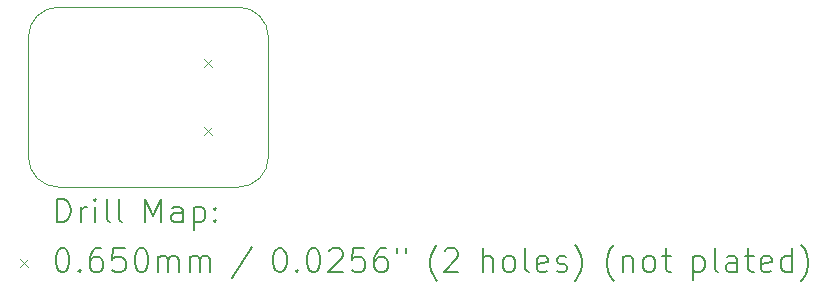
<source format=gbr>
%TF.GenerationSoftware,KiCad,Pcbnew,(7.0.0)*%
%TF.CreationDate,2023-03-15T02:57:20+08:00*%
%TF.ProjectId,USB_C_Breakout_GH1.25_4Pin,5553425f-435f-4427-9265-616b6f75745f,rev?*%
%TF.SameCoordinates,Original*%
%TF.FileFunction,Drillmap*%
%TF.FilePolarity,Positive*%
%FSLAX45Y45*%
G04 Gerber Fmt 4.5, Leading zero omitted, Abs format (unit mm)*
G04 Created by KiCad (PCBNEW (7.0.0)) date 2023-03-15 02:57:20*
%MOMM*%
%LPD*%
G01*
G04 APERTURE LIST*
%ADD10C,0.100000*%
%ADD11C,0.200000*%
%ADD12C,0.065000*%
G04 APERTURE END LIST*
D10*
X13208000Y-7112000D02*
X13208000Y-8128000D01*
X11430000Y-6858000D02*
X12954000Y-6858000D01*
X11176000Y-8128000D02*
X11176000Y-7112000D01*
X12954000Y-8382000D02*
X11430000Y-8382000D01*
X11176000Y-8128000D02*
G75*
G03*
X11430000Y-8382000I254000J0D01*
G01*
X11430000Y-6858000D02*
G75*
G03*
X11176000Y-7112000I0J-254000D01*
G01*
X12954000Y-8382000D02*
G75*
G03*
X13208000Y-8128000I0J254000D01*
G01*
X13208000Y-7112000D02*
G75*
G03*
X12954000Y-6858000I-254000J0D01*
G01*
D11*
D12*
X12661500Y-7298500D02*
X12726500Y-7363500D01*
X12726500Y-7298500D02*
X12661500Y-7363500D01*
X12661500Y-7876500D02*
X12726500Y-7941500D01*
X12726500Y-7876500D02*
X12661500Y-7941500D01*
D11*
X11418619Y-8680476D02*
X11418619Y-8480476D01*
X11418619Y-8480476D02*
X11466238Y-8480476D01*
X11466238Y-8480476D02*
X11494809Y-8490000D01*
X11494809Y-8490000D02*
X11513857Y-8509048D01*
X11513857Y-8509048D02*
X11523381Y-8528095D01*
X11523381Y-8528095D02*
X11532905Y-8566190D01*
X11532905Y-8566190D02*
X11532905Y-8594762D01*
X11532905Y-8594762D02*
X11523381Y-8632857D01*
X11523381Y-8632857D02*
X11513857Y-8651905D01*
X11513857Y-8651905D02*
X11494809Y-8670952D01*
X11494809Y-8670952D02*
X11466238Y-8680476D01*
X11466238Y-8680476D02*
X11418619Y-8680476D01*
X11618619Y-8680476D02*
X11618619Y-8547143D01*
X11618619Y-8585238D02*
X11628143Y-8566190D01*
X11628143Y-8566190D02*
X11637667Y-8556667D01*
X11637667Y-8556667D02*
X11656714Y-8547143D01*
X11656714Y-8547143D02*
X11675762Y-8547143D01*
X11742428Y-8680476D02*
X11742428Y-8547143D01*
X11742428Y-8480476D02*
X11732905Y-8490000D01*
X11732905Y-8490000D02*
X11742428Y-8499524D01*
X11742428Y-8499524D02*
X11751952Y-8490000D01*
X11751952Y-8490000D02*
X11742428Y-8480476D01*
X11742428Y-8480476D02*
X11742428Y-8499524D01*
X11866238Y-8680476D02*
X11847190Y-8670952D01*
X11847190Y-8670952D02*
X11837667Y-8651905D01*
X11837667Y-8651905D02*
X11837667Y-8480476D01*
X11971000Y-8680476D02*
X11951952Y-8670952D01*
X11951952Y-8670952D02*
X11942428Y-8651905D01*
X11942428Y-8651905D02*
X11942428Y-8480476D01*
X12167190Y-8680476D02*
X12167190Y-8480476D01*
X12167190Y-8480476D02*
X12233857Y-8623333D01*
X12233857Y-8623333D02*
X12300524Y-8480476D01*
X12300524Y-8480476D02*
X12300524Y-8680476D01*
X12481476Y-8680476D02*
X12481476Y-8575714D01*
X12481476Y-8575714D02*
X12471952Y-8556667D01*
X12471952Y-8556667D02*
X12452905Y-8547143D01*
X12452905Y-8547143D02*
X12414809Y-8547143D01*
X12414809Y-8547143D02*
X12395762Y-8556667D01*
X12481476Y-8670952D02*
X12462428Y-8680476D01*
X12462428Y-8680476D02*
X12414809Y-8680476D01*
X12414809Y-8680476D02*
X12395762Y-8670952D01*
X12395762Y-8670952D02*
X12386238Y-8651905D01*
X12386238Y-8651905D02*
X12386238Y-8632857D01*
X12386238Y-8632857D02*
X12395762Y-8613810D01*
X12395762Y-8613810D02*
X12414809Y-8604286D01*
X12414809Y-8604286D02*
X12462428Y-8604286D01*
X12462428Y-8604286D02*
X12481476Y-8594762D01*
X12576714Y-8547143D02*
X12576714Y-8747143D01*
X12576714Y-8556667D02*
X12595762Y-8547143D01*
X12595762Y-8547143D02*
X12633857Y-8547143D01*
X12633857Y-8547143D02*
X12652905Y-8556667D01*
X12652905Y-8556667D02*
X12662428Y-8566190D01*
X12662428Y-8566190D02*
X12671952Y-8585238D01*
X12671952Y-8585238D02*
X12671952Y-8642381D01*
X12671952Y-8642381D02*
X12662428Y-8661429D01*
X12662428Y-8661429D02*
X12652905Y-8670952D01*
X12652905Y-8670952D02*
X12633857Y-8680476D01*
X12633857Y-8680476D02*
X12595762Y-8680476D01*
X12595762Y-8680476D02*
X12576714Y-8670952D01*
X12757667Y-8661429D02*
X12767190Y-8670952D01*
X12767190Y-8670952D02*
X12757667Y-8680476D01*
X12757667Y-8680476D02*
X12748143Y-8670952D01*
X12748143Y-8670952D02*
X12757667Y-8661429D01*
X12757667Y-8661429D02*
X12757667Y-8680476D01*
X12757667Y-8556667D02*
X12767190Y-8566190D01*
X12767190Y-8566190D02*
X12757667Y-8575714D01*
X12757667Y-8575714D02*
X12748143Y-8566190D01*
X12748143Y-8566190D02*
X12757667Y-8556667D01*
X12757667Y-8556667D02*
X12757667Y-8575714D01*
D12*
X11106000Y-8994500D02*
X11171000Y-9059500D01*
X11171000Y-8994500D02*
X11106000Y-9059500D01*
D11*
X11456714Y-8900476D02*
X11475762Y-8900476D01*
X11475762Y-8900476D02*
X11494809Y-8910000D01*
X11494809Y-8910000D02*
X11504333Y-8919524D01*
X11504333Y-8919524D02*
X11513857Y-8938571D01*
X11513857Y-8938571D02*
X11523381Y-8976667D01*
X11523381Y-8976667D02*
X11523381Y-9024286D01*
X11523381Y-9024286D02*
X11513857Y-9062381D01*
X11513857Y-9062381D02*
X11504333Y-9081429D01*
X11504333Y-9081429D02*
X11494809Y-9090952D01*
X11494809Y-9090952D02*
X11475762Y-9100476D01*
X11475762Y-9100476D02*
X11456714Y-9100476D01*
X11456714Y-9100476D02*
X11437667Y-9090952D01*
X11437667Y-9090952D02*
X11428143Y-9081429D01*
X11428143Y-9081429D02*
X11418619Y-9062381D01*
X11418619Y-9062381D02*
X11409095Y-9024286D01*
X11409095Y-9024286D02*
X11409095Y-8976667D01*
X11409095Y-8976667D02*
X11418619Y-8938571D01*
X11418619Y-8938571D02*
X11428143Y-8919524D01*
X11428143Y-8919524D02*
X11437667Y-8910000D01*
X11437667Y-8910000D02*
X11456714Y-8900476D01*
X11609095Y-9081429D02*
X11618619Y-9090952D01*
X11618619Y-9090952D02*
X11609095Y-9100476D01*
X11609095Y-9100476D02*
X11599571Y-9090952D01*
X11599571Y-9090952D02*
X11609095Y-9081429D01*
X11609095Y-9081429D02*
X11609095Y-9100476D01*
X11790048Y-8900476D02*
X11751952Y-8900476D01*
X11751952Y-8900476D02*
X11732905Y-8910000D01*
X11732905Y-8910000D02*
X11723381Y-8919524D01*
X11723381Y-8919524D02*
X11704333Y-8948095D01*
X11704333Y-8948095D02*
X11694809Y-8986190D01*
X11694809Y-8986190D02*
X11694809Y-9062381D01*
X11694809Y-9062381D02*
X11704333Y-9081429D01*
X11704333Y-9081429D02*
X11713857Y-9090952D01*
X11713857Y-9090952D02*
X11732905Y-9100476D01*
X11732905Y-9100476D02*
X11771000Y-9100476D01*
X11771000Y-9100476D02*
X11790048Y-9090952D01*
X11790048Y-9090952D02*
X11799571Y-9081429D01*
X11799571Y-9081429D02*
X11809095Y-9062381D01*
X11809095Y-9062381D02*
X11809095Y-9014762D01*
X11809095Y-9014762D02*
X11799571Y-8995714D01*
X11799571Y-8995714D02*
X11790048Y-8986190D01*
X11790048Y-8986190D02*
X11771000Y-8976667D01*
X11771000Y-8976667D02*
X11732905Y-8976667D01*
X11732905Y-8976667D02*
X11713857Y-8986190D01*
X11713857Y-8986190D02*
X11704333Y-8995714D01*
X11704333Y-8995714D02*
X11694809Y-9014762D01*
X11990048Y-8900476D02*
X11894809Y-8900476D01*
X11894809Y-8900476D02*
X11885286Y-8995714D01*
X11885286Y-8995714D02*
X11894809Y-8986190D01*
X11894809Y-8986190D02*
X11913857Y-8976667D01*
X11913857Y-8976667D02*
X11961476Y-8976667D01*
X11961476Y-8976667D02*
X11980524Y-8986190D01*
X11980524Y-8986190D02*
X11990048Y-8995714D01*
X11990048Y-8995714D02*
X11999571Y-9014762D01*
X11999571Y-9014762D02*
X11999571Y-9062381D01*
X11999571Y-9062381D02*
X11990048Y-9081429D01*
X11990048Y-9081429D02*
X11980524Y-9090952D01*
X11980524Y-9090952D02*
X11961476Y-9100476D01*
X11961476Y-9100476D02*
X11913857Y-9100476D01*
X11913857Y-9100476D02*
X11894809Y-9090952D01*
X11894809Y-9090952D02*
X11885286Y-9081429D01*
X12123381Y-8900476D02*
X12142429Y-8900476D01*
X12142429Y-8900476D02*
X12161476Y-8910000D01*
X12161476Y-8910000D02*
X12171000Y-8919524D01*
X12171000Y-8919524D02*
X12180524Y-8938571D01*
X12180524Y-8938571D02*
X12190048Y-8976667D01*
X12190048Y-8976667D02*
X12190048Y-9024286D01*
X12190048Y-9024286D02*
X12180524Y-9062381D01*
X12180524Y-9062381D02*
X12171000Y-9081429D01*
X12171000Y-9081429D02*
X12161476Y-9090952D01*
X12161476Y-9090952D02*
X12142429Y-9100476D01*
X12142429Y-9100476D02*
X12123381Y-9100476D01*
X12123381Y-9100476D02*
X12104333Y-9090952D01*
X12104333Y-9090952D02*
X12094809Y-9081429D01*
X12094809Y-9081429D02*
X12085286Y-9062381D01*
X12085286Y-9062381D02*
X12075762Y-9024286D01*
X12075762Y-9024286D02*
X12075762Y-8976667D01*
X12075762Y-8976667D02*
X12085286Y-8938571D01*
X12085286Y-8938571D02*
X12094809Y-8919524D01*
X12094809Y-8919524D02*
X12104333Y-8910000D01*
X12104333Y-8910000D02*
X12123381Y-8900476D01*
X12275762Y-9100476D02*
X12275762Y-8967143D01*
X12275762Y-8986190D02*
X12285286Y-8976667D01*
X12285286Y-8976667D02*
X12304333Y-8967143D01*
X12304333Y-8967143D02*
X12332905Y-8967143D01*
X12332905Y-8967143D02*
X12351952Y-8976667D01*
X12351952Y-8976667D02*
X12361476Y-8995714D01*
X12361476Y-8995714D02*
X12361476Y-9100476D01*
X12361476Y-8995714D02*
X12371000Y-8976667D01*
X12371000Y-8976667D02*
X12390048Y-8967143D01*
X12390048Y-8967143D02*
X12418619Y-8967143D01*
X12418619Y-8967143D02*
X12437667Y-8976667D01*
X12437667Y-8976667D02*
X12447190Y-8995714D01*
X12447190Y-8995714D02*
X12447190Y-9100476D01*
X12542429Y-9100476D02*
X12542429Y-8967143D01*
X12542429Y-8986190D02*
X12551952Y-8976667D01*
X12551952Y-8976667D02*
X12571000Y-8967143D01*
X12571000Y-8967143D02*
X12599571Y-8967143D01*
X12599571Y-8967143D02*
X12618619Y-8976667D01*
X12618619Y-8976667D02*
X12628143Y-8995714D01*
X12628143Y-8995714D02*
X12628143Y-9100476D01*
X12628143Y-8995714D02*
X12637667Y-8976667D01*
X12637667Y-8976667D02*
X12656714Y-8967143D01*
X12656714Y-8967143D02*
X12685286Y-8967143D01*
X12685286Y-8967143D02*
X12704333Y-8976667D01*
X12704333Y-8976667D02*
X12713857Y-8995714D01*
X12713857Y-8995714D02*
X12713857Y-9100476D01*
X13071952Y-8890952D02*
X12900524Y-9148095D01*
X13296714Y-8900476D02*
X13315762Y-8900476D01*
X13315762Y-8900476D02*
X13334810Y-8910000D01*
X13334810Y-8910000D02*
X13344333Y-8919524D01*
X13344333Y-8919524D02*
X13353857Y-8938571D01*
X13353857Y-8938571D02*
X13363381Y-8976667D01*
X13363381Y-8976667D02*
X13363381Y-9024286D01*
X13363381Y-9024286D02*
X13353857Y-9062381D01*
X13353857Y-9062381D02*
X13344333Y-9081429D01*
X13344333Y-9081429D02*
X13334810Y-9090952D01*
X13334810Y-9090952D02*
X13315762Y-9100476D01*
X13315762Y-9100476D02*
X13296714Y-9100476D01*
X13296714Y-9100476D02*
X13277667Y-9090952D01*
X13277667Y-9090952D02*
X13268143Y-9081429D01*
X13268143Y-9081429D02*
X13258619Y-9062381D01*
X13258619Y-9062381D02*
X13249095Y-9024286D01*
X13249095Y-9024286D02*
X13249095Y-8976667D01*
X13249095Y-8976667D02*
X13258619Y-8938571D01*
X13258619Y-8938571D02*
X13268143Y-8919524D01*
X13268143Y-8919524D02*
X13277667Y-8910000D01*
X13277667Y-8910000D02*
X13296714Y-8900476D01*
X13449095Y-9081429D02*
X13458619Y-9090952D01*
X13458619Y-9090952D02*
X13449095Y-9100476D01*
X13449095Y-9100476D02*
X13439571Y-9090952D01*
X13439571Y-9090952D02*
X13449095Y-9081429D01*
X13449095Y-9081429D02*
X13449095Y-9100476D01*
X13582429Y-8900476D02*
X13601476Y-8900476D01*
X13601476Y-8900476D02*
X13620524Y-8910000D01*
X13620524Y-8910000D02*
X13630048Y-8919524D01*
X13630048Y-8919524D02*
X13639571Y-8938571D01*
X13639571Y-8938571D02*
X13649095Y-8976667D01*
X13649095Y-8976667D02*
X13649095Y-9024286D01*
X13649095Y-9024286D02*
X13639571Y-9062381D01*
X13639571Y-9062381D02*
X13630048Y-9081429D01*
X13630048Y-9081429D02*
X13620524Y-9090952D01*
X13620524Y-9090952D02*
X13601476Y-9100476D01*
X13601476Y-9100476D02*
X13582429Y-9100476D01*
X13582429Y-9100476D02*
X13563381Y-9090952D01*
X13563381Y-9090952D02*
X13553857Y-9081429D01*
X13553857Y-9081429D02*
X13544333Y-9062381D01*
X13544333Y-9062381D02*
X13534810Y-9024286D01*
X13534810Y-9024286D02*
X13534810Y-8976667D01*
X13534810Y-8976667D02*
X13544333Y-8938571D01*
X13544333Y-8938571D02*
X13553857Y-8919524D01*
X13553857Y-8919524D02*
X13563381Y-8910000D01*
X13563381Y-8910000D02*
X13582429Y-8900476D01*
X13725286Y-8919524D02*
X13734810Y-8910000D01*
X13734810Y-8910000D02*
X13753857Y-8900476D01*
X13753857Y-8900476D02*
X13801476Y-8900476D01*
X13801476Y-8900476D02*
X13820524Y-8910000D01*
X13820524Y-8910000D02*
X13830048Y-8919524D01*
X13830048Y-8919524D02*
X13839571Y-8938571D01*
X13839571Y-8938571D02*
X13839571Y-8957619D01*
X13839571Y-8957619D02*
X13830048Y-8986190D01*
X13830048Y-8986190D02*
X13715762Y-9100476D01*
X13715762Y-9100476D02*
X13839571Y-9100476D01*
X14020524Y-8900476D02*
X13925286Y-8900476D01*
X13925286Y-8900476D02*
X13915762Y-8995714D01*
X13915762Y-8995714D02*
X13925286Y-8986190D01*
X13925286Y-8986190D02*
X13944333Y-8976667D01*
X13944333Y-8976667D02*
X13991952Y-8976667D01*
X13991952Y-8976667D02*
X14011000Y-8986190D01*
X14011000Y-8986190D02*
X14020524Y-8995714D01*
X14020524Y-8995714D02*
X14030048Y-9014762D01*
X14030048Y-9014762D02*
X14030048Y-9062381D01*
X14030048Y-9062381D02*
X14020524Y-9081429D01*
X14020524Y-9081429D02*
X14011000Y-9090952D01*
X14011000Y-9090952D02*
X13991952Y-9100476D01*
X13991952Y-9100476D02*
X13944333Y-9100476D01*
X13944333Y-9100476D02*
X13925286Y-9090952D01*
X13925286Y-9090952D02*
X13915762Y-9081429D01*
X14201476Y-8900476D02*
X14163381Y-8900476D01*
X14163381Y-8900476D02*
X14144333Y-8910000D01*
X14144333Y-8910000D02*
X14134810Y-8919524D01*
X14134810Y-8919524D02*
X14115762Y-8948095D01*
X14115762Y-8948095D02*
X14106238Y-8986190D01*
X14106238Y-8986190D02*
X14106238Y-9062381D01*
X14106238Y-9062381D02*
X14115762Y-9081429D01*
X14115762Y-9081429D02*
X14125286Y-9090952D01*
X14125286Y-9090952D02*
X14144333Y-9100476D01*
X14144333Y-9100476D02*
X14182429Y-9100476D01*
X14182429Y-9100476D02*
X14201476Y-9090952D01*
X14201476Y-9090952D02*
X14211000Y-9081429D01*
X14211000Y-9081429D02*
X14220524Y-9062381D01*
X14220524Y-9062381D02*
X14220524Y-9014762D01*
X14220524Y-9014762D02*
X14211000Y-8995714D01*
X14211000Y-8995714D02*
X14201476Y-8986190D01*
X14201476Y-8986190D02*
X14182429Y-8976667D01*
X14182429Y-8976667D02*
X14144333Y-8976667D01*
X14144333Y-8976667D02*
X14125286Y-8986190D01*
X14125286Y-8986190D02*
X14115762Y-8995714D01*
X14115762Y-8995714D02*
X14106238Y-9014762D01*
X14296714Y-8900476D02*
X14296714Y-8938571D01*
X14372905Y-8900476D02*
X14372905Y-8938571D01*
X14635762Y-9176667D02*
X14626238Y-9167143D01*
X14626238Y-9167143D02*
X14607191Y-9138571D01*
X14607191Y-9138571D02*
X14597667Y-9119524D01*
X14597667Y-9119524D02*
X14588143Y-9090952D01*
X14588143Y-9090952D02*
X14578619Y-9043333D01*
X14578619Y-9043333D02*
X14578619Y-9005238D01*
X14578619Y-9005238D02*
X14588143Y-8957619D01*
X14588143Y-8957619D02*
X14597667Y-8929048D01*
X14597667Y-8929048D02*
X14607191Y-8910000D01*
X14607191Y-8910000D02*
X14626238Y-8881429D01*
X14626238Y-8881429D02*
X14635762Y-8871905D01*
X14702429Y-8919524D02*
X14711952Y-8910000D01*
X14711952Y-8910000D02*
X14731000Y-8900476D01*
X14731000Y-8900476D02*
X14778619Y-8900476D01*
X14778619Y-8900476D02*
X14797667Y-8910000D01*
X14797667Y-8910000D02*
X14807191Y-8919524D01*
X14807191Y-8919524D02*
X14816714Y-8938571D01*
X14816714Y-8938571D02*
X14816714Y-8957619D01*
X14816714Y-8957619D02*
X14807191Y-8986190D01*
X14807191Y-8986190D02*
X14692905Y-9100476D01*
X14692905Y-9100476D02*
X14816714Y-9100476D01*
X15022429Y-9100476D02*
X15022429Y-8900476D01*
X15108143Y-9100476D02*
X15108143Y-8995714D01*
X15108143Y-8995714D02*
X15098619Y-8976667D01*
X15098619Y-8976667D02*
X15079572Y-8967143D01*
X15079572Y-8967143D02*
X15051000Y-8967143D01*
X15051000Y-8967143D02*
X15031952Y-8976667D01*
X15031952Y-8976667D02*
X15022429Y-8986190D01*
X15231952Y-9100476D02*
X15212905Y-9090952D01*
X15212905Y-9090952D02*
X15203381Y-9081429D01*
X15203381Y-9081429D02*
X15193857Y-9062381D01*
X15193857Y-9062381D02*
X15193857Y-9005238D01*
X15193857Y-9005238D02*
X15203381Y-8986190D01*
X15203381Y-8986190D02*
X15212905Y-8976667D01*
X15212905Y-8976667D02*
X15231952Y-8967143D01*
X15231952Y-8967143D02*
X15260524Y-8967143D01*
X15260524Y-8967143D02*
X15279572Y-8976667D01*
X15279572Y-8976667D02*
X15289095Y-8986190D01*
X15289095Y-8986190D02*
X15298619Y-9005238D01*
X15298619Y-9005238D02*
X15298619Y-9062381D01*
X15298619Y-9062381D02*
X15289095Y-9081429D01*
X15289095Y-9081429D02*
X15279572Y-9090952D01*
X15279572Y-9090952D02*
X15260524Y-9100476D01*
X15260524Y-9100476D02*
X15231952Y-9100476D01*
X15412905Y-9100476D02*
X15393857Y-9090952D01*
X15393857Y-9090952D02*
X15384333Y-9071905D01*
X15384333Y-9071905D02*
X15384333Y-8900476D01*
X15565286Y-9090952D02*
X15546238Y-9100476D01*
X15546238Y-9100476D02*
X15508143Y-9100476D01*
X15508143Y-9100476D02*
X15489095Y-9090952D01*
X15489095Y-9090952D02*
X15479572Y-9071905D01*
X15479572Y-9071905D02*
X15479572Y-8995714D01*
X15479572Y-8995714D02*
X15489095Y-8976667D01*
X15489095Y-8976667D02*
X15508143Y-8967143D01*
X15508143Y-8967143D02*
X15546238Y-8967143D01*
X15546238Y-8967143D02*
X15565286Y-8976667D01*
X15565286Y-8976667D02*
X15574810Y-8995714D01*
X15574810Y-8995714D02*
X15574810Y-9014762D01*
X15574810Y-9014762D02*
X15479572Y-9033810D01*
X15651000Y-9090952D02*
X15670048Y-9100476D01*
X15670048Y-9100476D02*
X15708143Y-9100476D01*
X15708143Y-9100476D02*
X15727191Y-9090952D01*
X15727191Y-9090952D02*
X15736714Y-9071905D01*
X15736714Y-9071905D02*
X15736714Y-9062381D01*
X15736714Y-9062381D02*
X15727191Y-9043333D01*
X15727191Y-9043333D02*
X15708143Y-9033810D01*
X15708143Y-9033810D02*
X15679572Y-9033810D01*
X15679572Y-9033810D02*
X15660524Y-9024286D01*
X15660524Y-9024286D02*
X15651000Y-9005238D01*
X15651000Y-9005238D02*
X15651000Y-8995714D01*
X15651000Y-8995714D02*
X15660524Y-8976667D01*
X15660524Y-8976667D02*
X15679572Y-8967143D01*
X15679572Y-8967143D02*
X15708143Y-8967143D01*
X15708143Y-8967143D02*
X15727191Y-8976667D01*
X15803381Y-9176667D02*
X15812905Y-9167143D01*
X15812905Y-9167143D02*
X15831953Y-9138571D01*
X15831953Y-9138571D02*
X15841476Y-9119524D01*
X15841476Y-9119524D02*
X15851000Y-9090952D01*
X15851000Y-9090952D02*
X15860524Y-9043333D01*
X15860524Y-9043333D02*
X15860524Y-9005238D01*
X15860524Y-9005238D02*
X15851000Y-8957619D01*
X15851000Y-8957619D02*
X15841476Y-8929048D01*
X15841476Y-8929048D02*
X15831953Y-8910000D01*
X15831953Y-8910000D02*
X15812905Y-8881429D01*
X15812905Y-8881429D02*
X15803381Y-8871905D01*
X16132905Y-9176667D02*
X16123381Y-9167143D01*
X16123381Y-9167143D02*
X16104333Y-9138571D01*
X16104333Y-9138571D02*
X16094810Y-9119524D01*
X16094810Y-9119524D02*
X16085286Y-9090952D01*
X16085286Y-9090952D02*
X16075762Y-9043333D01*
X16075762Y-9043333D02*
X16075762Y-9005238D01*
X16075762Y-9005238D02*
X16085286Y-8957619D01*
X16085286Y-8957619D02*
X16094810Y-8929048D01*
X16094810Y-8929048D02*
X16104333Y-8910000D01*
X16104333Y-8910000D02*
X16123381Y-8881429D01*
X16123381Y-8881429D02*
X16132905Y-8871905D01*
X16209095Y-8967143D02*
X16209095Y-9100476D01*
X16209095Y-8986190D02*
X16218619Y-8976667D01*
X16218619Y-8976667D02*
X16237667Y-8967143D01*
X16237667Y-8967143D02*
X16266238Y-8967143D01*
X16266238Y-8967143D02*
X16285286Y-8976667D01*
X16285286Y-8976667D02*
X16294810Y-8995714D01*
X16294810Y-8995714D02*
X16294810Y-9100476D01*
X16418619Y-9100476D02*
X16399572Y-9090952D01*
X16399572Y-9090952D02*
X16390048Y-9081429D01*
X16390048Y-9081429D02*
X16380524Y-9062381D01*
X16380524Y-9062381D02*
X16380524Y-9005238D01*
X16380524Y-9005238D02*
X16390048Y-8986190D01*
X16390048Y-8986190D02*
X16399572Y-8976667D01*
X16399572Y-8976667D02*
X16418619Y-8967143D01*
X16418619Y-8967143D02*
X16447191Y-8967143D01*
X16447191Y-8967143D02*
X16466238Y-8976667D01*
X16466238Y-8976667D02*
X16475762Y-8986190D01*
X16475762Y-8986190D02*
X16485286Y-9005238D01*
X16485286Y-9005238D02*
X16485286Y-9062381D01*
X16485286Y-9062381D02*
X16475762Y-9081429D01*
X16475762Y-9081429D02*
X16466238Y-9090952D01*
X16466238Y-9090952D02*
X16447191Y-9100476D01*
X16447191Y-9100476D02*
X16418619Y-9100476D01*
X16542429Y-8967143D02*
X16618619Y-8967143D01*
X16571000Y-8900476D02*
X16571000Y-9071905D01*
X16571000Y-9071905D02*
X16580524Y-9090952D01*
X16580524Y-9090952D02*
X16599572Y-9100476D01*
X16599572Y-9100476D02*
X16618619Y-9100476D01*
X16805286Y-8967143D02*
X16805286Y-9167143D01*
X16805286Y-8976667D02*
X16824334Y-8967143D01*
X16824334Y-8967143D02*
X16862429Y-8967143D01*
X16862429Y-8967143D02*
X16881476Y-8976667D01*
X16881476Y-8976667D02*
X16891000Y-8986190D01*
X16891000Y-8986190D02*
X16900524Y-9005238D01*
X16900524Y-9005238D02*
X16900524Y-9062381D01*
X16900524Y-9062381D02*
X16891000Y-9081429D01*
X16891000Y-9081429D02*
X16881476Y-9090952D01*
X16881476Y-9090952D02*
X16862429Y-9100476D01*
X16862429Y-9100476D02*
X16824334Y-9100476D01*
X16824334Y-9100476D02*
X16805286Y-9090952D01*
X17014810Y-9100476D02*
X16995762Y-9090952D01*
X16995762Y-9090952D02*
X16986238Y-9071905D01*
X16986238Y-9071905D02*
X16986238Y-8900476D01*
X17176715Y-9100476D02*
X17176715Y-8995714D01*
X17176715Y-8995714D02*
X17167191Y-8976667D01*
X17167191Y-8976667D02*
X17148143Y-8967143D01*
X17148143Y-8967143D02*
X17110048Y-8967143D01*
X17110048Y-8967143D02*
X17091000Y-8976667D01*
X17176715Y-9090952D02*
X17157667Y-9100476D01*
X17157667Y-9100476D02*
X17110048Y-9100476D01*
X17110048Y-9100476D02*
X17091000Y-9090952D01*
X17091000Y-9090952D02*
X17081476Y-9071905D01*
X17081476Y-9071905D02*
X17081476Y-9052857D01*
X17081476Y-9052857D02*
X17091000Y-9033810D01*
X17091000Y-9033810D02*
X17110048Y-9024286D01*
X17110048Y-9024286D02*
X17157667Y-9024286D01*
X17157667Y-9024286D02*
X17176715Y-9014762D01*
X17243381Y-8967143D02*
X17319572Y-8967143D01*
X17271953Y-8900476D02*
X17271953Y-9071905D01*
X17271953Y-9071905D02*
X17281476Y-9090952D01*
X17281476Y-9090952D02*
X17300524Y-9100476D01*
X17300524Y-9100476D02*
X17319572Y-9100476D01*
X17462429Y-9090952D02*
X17443381Y-9100476D01*
X17443381Y-9100476D02*
X17405286Y-9100476D01*
X17405286Y-9100476D02*
X17386238Y-9090952D01*
X17386238Y-9090952D02*
X17376715Y-9071905D01*
X17376715Y-9071905D02*
X17376715Y-8995714D01*
X17376715Y-8995714D02*
X17386238Y-8976667D01*
X17386238Y-8976667D02*
X17405286Y-8967143D01*
X17405286Y-8967143D02*
X17443381Y-8967143D01*
X17443381Y-8967143D02*
X17462429Y-8976667D01*
X17462429Y-8976667D02*
X17471953Y-8995714D01*
X17471953Y-8995714D02*
X17471953Y-9014762D01*
X17471953Y-9014762D02*
X17376715Y-9033810D01*
X17643381Y-9100476D02*
X17643381Y-8900476D01*
X17643381Y-9090952D02*
X17624334Y-9100476D01*
X17624334Y-9100476D02*
X17586238Y-9100476D01*
X17586238Y-9100476D02*
X17567191Y-9090952D01*
X17567191Y-9090952D02*
X17557667Y-9081429D01*
X17557667Y-9081429D02*
X17548143Y-9062381D01*
X17548143Y-9062381D02*
X17548143Y-9005238D01*
X17548143Y-9005238D02*
X17557667Y-8986190D01*
X17557667Y-8986190D02*
X17567191Y-8976667D01*
X17567191Y-8976667D02*
X17586238Y-8967143D01*
X17586238Y-8967143D02*
X17624334Y-8967143D01*
X17624334Y-8967143D02*
X17643381Y-8976667D01*
X17719572Y-9176667D02*
X17729096Y-9167143D01*
X17729096Y-9167143D02*
X17748143Y-9138571D01*
X17748143Y-9138571D02*
X17757667Y-9119524D01*
X17757667Y-9119524D02*
X17767191Y-9090952D01*
X17767191Y-9090952D02*
X17776715Y-9043333D01*
X17776715Y-9043333D02*
X17776715Y-9005238D01*
X17776715Y-9005238D02*
X17767191Y-8957619D01*
X17767191Y-8957619D02*
X17757667Y-8929048D01*
X17757667Y-8929048D02*
X17748143Y-8910000D01*
X17748143Y-8910000D02*
X17729096Y-8881429D01*
X17729096Y-8881429D02*
X17719572Y-8871905D01*
M02*

</source>
